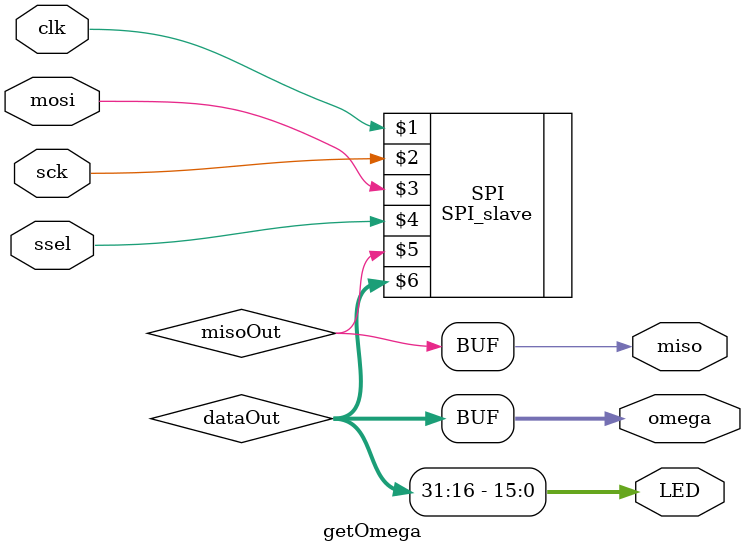
<source format=v>
`timescale 1ns / 1ps
 

module getOmega(
   input clk,
   input sck,
   input mosi,
   input ssel,
   output wire miso,
   output wire [15:0] LED,
   output wire [63:0] omega
);
    //reg [39:0] omega; // Angle for frequency
    wire [63:0] dataOut;
    //wire omegaOut;
    wire misoOut;
    SPI_slave SPI(clk, sck, mosi, ssel, misoOut, dataOut);
   
    assign LED[15:0]=dataOut[31:16];
    assign omega[63:0]=dataOut[63:0];
    assign miso = misoOut;

      

    
endmodule

</source>
